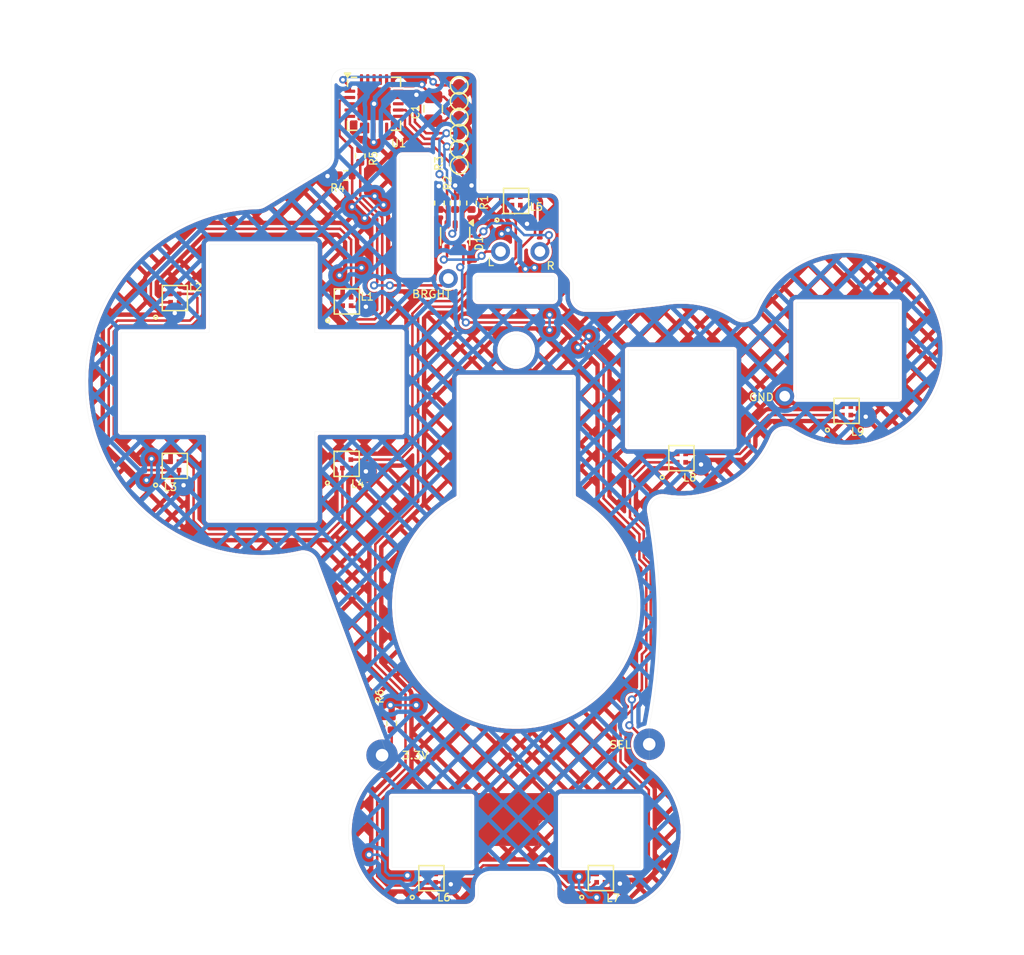
<source format=kicad_pcb>
(kicad_pcb (version 20240108) (generator "pcbnew") (generator_version "8.0")
  (layers (0 "F.Cu" signal) (31 "B.Cu" signal) (34 "B.Paste" user) (35 "F.Paste" user) (36 "B.SilkS" user "B.Silkscreen") (37 "F.SilkS" user "F.Silkscreen") (38 "B.Mask" user) (39 "F.Mask" user) (44 "Edge.Cuts" user))
  (net 0 "")
  (net 1 "GND")
  (net 2 "+3.3V")
  (net 3 "R_IN")
  (net 4 "L_IN")
  (net 5 "SEL_IN")
  (net 6 "Net-(L1-DIN)")
  (net 7 "Net-(L1-DOUT)")
  (net 8 "Net-(L2-DOUT)")
  (net 9 "Net-(L3-DOUT)")
  (net 10 "LED1")
  (net 11 "Net-(L5-DOUT)")
  (net 12 "Net-(L6-DOUT)")
  (net 13 "Net-(L7-DOUT)")
  (net 14 "LED2")
  (net 16 "BRGHT")
  (net 17 "D2R")
  (net 18 "RESET")
  (net 31 "R_OUT")
  (net 32 "SEL_OUT")
  (net 33 "L_OUT")
  (footprint "Resistor_SMD:R_0402_1005Metric" (layer "F.Cu") (at 239.599825 105.561944 -90)
    (property "Reference" "R1")
    (property "Value" "1k" (hide yes))
  )
  (footprint "Package_TO_SOT_SMD:SOT-363_SC-70-6" (layer "F.Cu") (at 238.299825 108.211944 -90)
    (property "Reference" "D1")
    (property "Value" "BAS16VY,115" (hide yes))
  )
  (footprint "hhl:SK6805-EC-10" (layer "F.Cu") (at 229.667484 126.310784)
    (property "Reference" "L4")
    (property "Value" "SK6805-EC-10" (hide yes))
  )
  (footprint "TestPoint:TestPoint_Pad_D1.0mm" (layer "F.Cu") (at 238.617485 101.275784)
    (property "Reference" "TP5" (hide yes))
    (property "Value" "TestPoint" (hide yes))
  )
  (footprint "Resistor_SMD:R_0402_1005Metric" (layer "F.Cu") (at 229.599825 103.361944 180)
    (property "Reference" "R4")
    (property "Value" "1k" (hide yes))
  )
  (footprint "hhl:SK6805-EC-10" (layer "F.Cu") (at 243.147485 105.390784)
    (property "Reference" "L5")
    (property "Value" "SK6805-EC-10" (hide yes))
  )
  (footprint "hhl:SK6805-EC-10" (layer "F.Cu") (at 249.887485 159.270784)
    (property "Reference" "L7")
    (property "Value" "SK6805-EC-10" (hide yes))
  )
  (footprint "Capacitor_SMD:C_0805_2012Metric" (layer "F.Cu") (at 236.549825 98.061944 -90)
    (property "Reference" "C1")
    (property "Value" "0.1uF" (hide yes))
  )
  (footprint "Package_DFN_QFN:QFN-20-1EP_4x4mm_P0.5mm_EP2.6x2.6mm" (layer "F.Cu") (at 231.849825 97.661944)
    (property "Reference" "U1")
    (property "Value" "ATtiny85V-10M" (hide yes))
  )
  (footprint "TestPoint:TestPoint_Pad_D1.0mm" (layer "F.Cu") (at 238.617485 102.545784)
    (property "Reference" "TP6" (hide yes))
    (property "Value" "TestPoint" (hide yes))
  )
  (footprint "hhl:SK6805-EC-10" (layer "F.Cu") (at 216.002483 126.475784)
    (property "Reference" "L3")
    (property "Value" "SK6805-EC-10" (hide yes))
  )
  (footprint "Resistor_SMD:R_0402_1005Metric" (layer "F.Cu") (at 237.049825 105.561944 90)
    (property "Reference" "R3")
    (property "Value" "1k")
  )
  (footprint "TestPoint:TestPoint_Pad_D1.0mm" (layer "F.Cu") (at 238.617485 96.195784)
    (property "Reference" "TP1" (hide yes))
    (property "Value" "TestPoint" (hide yes))
  )
  (footprint "TestPoint:TestPoint_Pad_D1.0mm" (layer "F.Cu") (at 238.617485 97.465784)
    (property "Reference" "TP2" (hide yes))
    (property "Value" "TestPoint" (hide yes))
  )
  (footprint "Resistor_SMD:R_0402_1005Metric" (layer "F.Cu") (at 233.249825 146.961944 90)
    (property "Reference" "R6")
    (property "Value" "1k" (hide yes))
  )
  (footprint "hhl:SK6805-EC-10" (layer "F.Cu") (at 229.687484 113.390784)
    (property "Reference" "L1")
    (property "Value" "SK6805-EC-10" (hide yes))
  )
  (footprint "hhl:SK6805-EC-10" (layer "F.Cu") (at 269.427485 122.094784)
    (property "Reference" "L9")
    (property "Value" "SK6805-EC-10" (hide yes))
  )
  (footprint "Resistor_SMD:R_0402_1005Metric" (layer "F.Cu") (at 230.749825 101.811944 -90)
    (property "Reference" "R5")
    (property "Value" "330" (hide yes))
  )
  (footprint "hhl:SK6805-EC-10" (layer "F.Cu") (at 256.292485 125.855784)
    (property "Reference" "L8")
    (property "Value" "SK6805-EC-10" (hide yes))
  )
  (footprint "hhl:SK6805-EC-10" (layer "F.Cu") (at 216.007484 113.120784)
    (property "Reference" "L2")
    (property "Value" "SK6805-EC-10" (hide yes))
  )
  (footprint "hhl:SK6805-EC-10" (layer "F.Cu") (at 236.412485 159.275784)
    (property "Reference" "L6")
    (property "Value" "SK6805-EC-10" (hide yes))
  )
  (footprint "TestPoint:TestPoint_Pad_D1.0mm" (layer "F.Cu") (at 238.617485 98.735784)
    (property "Reference" "TP3" (hide yes))
    (property "Value" "TestPoint" (hide yes))
  )
  (footprint "Resistor_SMD:R_0402_1005Metric" (layer "F.Cu") (at 238.299825 105.561944 -90)
    (property "Reference" "R2")
    (property "Value" "1k" (hide yes))
  )
  (footprint "TestPoint:TestPoint_Pad_D1.0mm" (layer "F.Cu") (at 238.617485 100.005784)
    (property "Reference" "TP4" (hide yes))
    (property "Value" "TestPoint" (hide yes))
  )
  (gr_arc (start 253.823929 150.31524) (mid 256.456139 156.138169) (end 252.921554 161.461865) (stroke (width 0.01)) (layer "Edge.Cuts"))
  (gr_line (start 260.447485 124.905784) (end 252.047485 124.905784) (stroke (width 0.01)) (layer "Edge.Cuts"))
  (gr_line (start 252.047485 124.905784) (end 252.047485 117.255784) (stroke (width 0.01)) (layer "Edge.Cuts"))
  (gr_arc (start 236.377485 111.005784) (mid 236.304245 111.182521) (end 236.127485 111.255784) (stroke (width 0.01)) (layer "Edge.Cuts"))
  (gr_arc (start 247.652486 129.022516) (mid 243.152485 147.155784) (end 238.652485 129.022517) (stroke (width 0.01)) (layer "Edge.Cuts"))
  (gr_line (start 233.277485 158.405784) (end 233.277485 152.805784) (stroke (width 0.01)) (layer "Edge.Cuts"))
  (gr_line (start 239.927485 113.155784) (end 239.927485 111.555784) (stroke (width 0.01)) (layer "Edge.Cuts"))
  (gr_line (start 238.652485 129.022517) (end 238.652485 119.462625) (stroke (width 0.01)) (layer "Edge.Cuts"))
  (gr_line (start 246.027485 113.355784) (end 240.127485 113.355784) (stroke (width 0.01)) (layer "Edge.Cuts"))
  (gr_line (start 260.447485 117.255784) (end 260.447485 124.905784) (stroke (width 0.01)) (layer "Edge.Cuts"))
  (gr_arc (start 247.177485 161.574575) (mid 246.470393 161.28167) (end 246.177485 160.574575) (stroke (width 0.01)) (layer "Edge.Cuts"))
  (gr_line (start 247.406119 111.293035) (end 246.775444 110.613615) (stroke (width 0.01)) (layer "Edge.Cuts"))
  (gr_line (start 227.127485 130.755784) (end 218.727485 130.755784) (stroke (width 0.01)) (layer "Edge.Cuts"))
  (gr_line (start 265.427485 113.475784) (end 273.577485 113.475784) (stroke (width 0.01)) (layer "Edge.Cuts"))
  (gr_line (start 234.027485 123.755784) (end 227.127485 123.755784) (stroke (width 0.01)) (layer "Edge.Cuts"))
  (gr_line (start 236.377485 102.005784) (end 236.377485 111.005784) (stroke (width 0.01)) (layer "Edge.Cuts"))
  (gr_line (start 245.775585 104.537253) (end 240.232635 104.537253) (stroke (width 0.01)) (layer "Edge.Cuts"))
  (gr_arc (start 253.753686 147.198282) (mid 253.759577 147.12845) (end 253.770344 147.059203) (stroke (width 0.01)) (layer "Edge.Cuts"))
  (gr_arc (start 248.673185 113.977815) (mid 247.961874 113.680681) (end 247.673226 112.965885) (stroke (width 0.01)) (layer "Edge.Cuts"))
  (gr_arc (start 262.1233 114.212384) (mid 261.489434 114.771557) (end 260.653666 114.645353) (stroke (width 0.01)) (layer "Edge.Cuts"))
  (gr_line (start 227.143245 134.081453) (end 232.672054 148.867543) (stroke (width 0.01)) (layer "Edge.Cuts"))
  (gr_line (start 246.775444 110.613615) (end 246.775444 105.525269) (stroke (width 0.01)) (layer "Edge.Cuts"))
  (gr_arc (start 233.727485 161.574575) (mid 233.659146 161.572234) (end 233.591125 161.565234) (stroke (width 0.01)) (layer "Edge.Cuts"))
  (gr_arc (start 226.024313 133.448447) (mid 224.196498 133.743958) (end 222.345672 133.795687) (stroke (width 0.01)) (layer "Edge.Cuts"))
  (gr_line (start 239.577485 158.405784) (end 233.277485 158.405784) (stroke (width 0.01)) (layer "Edge.Cuts"))
  (gr_arc (start 245.775585 104.537253) (mid 246.4784 104.825943) (end 246.775444 105.525269) (stroke (width 0.01)) (layer "Edge.Cuts"))
  (gr_arc (start 234.127485 111.255784) (mid 233.95072 111.182549) (end 233.877485 111.005784) (stroke (width 0.01)) (layer "Edge.Cuts"))
  (gr_line (start 246.227485 111.555784) (end 246.227485 113.155784) (stroke (width 0.01)) (layer "Edge.Cuts"))
  (gr_line (start 211.727485 115.855784) (end 218.727485 115.855784) (stroke (width 0.01)) (layer "Edge.Cuts"))
  (gr_arc (start 228.449685 95.884284) (mid 228.742597 95.177202) (end 229.449685 94.884315) (stroke (width 0.01)) (layer "Edge.Cuts"))
  (gr_line (start 246.727485 158.405784) (end 246.727485 152.805784) (stroke (width 0.01)) (layer "Edge.Cuts"))
  (gr_arc (start 239.927485 111.555784) (mid 239.986047 111.414323) (end 240.127485 111.355784) (stroke (width 0.01)) (layer "Edge.Cuts"))
  (gr_line (start 239.232685 94.884315) (end 229.449685 94.884315) (stroke (width 0.01)) (layer "Edge.Cuts"))
  (gr_circle (center 255.542485 125.105784) (end 255.552485 125.105784) (stroke (width 0.0001)) (fill solid) (layer "Edge.Cuts"))
  (gr_line (start 247.673226 112.965885) (end 247.673203 111.973384) (stroke (width 0.01)) (layer "Edge.Cuts"))
  (gr_line (start 246.177485 159.956883) (end 246.177485 160.574575) (stroke (width 0.01)) (layer "Edge.Cuts"))
  (gr_line (start 273.577485 121.125784) (end 265.427485 121.125784) (stroke (width 0.01)) (layer "Edge.Cuts"))
  (gr_arc (start 263.601663 124.150312) (mid 264.235535 123.591199) (end 265.071303 123.717343) (stroke (width 0.01)) (layer "Edge.Cuts"))
  (gr_arc (start 226.024313 133.448447) (mid 226.699004 133.5613) (end 227.143245 134.081453) (stroke (width 0.01)) (layer "Edge.Cuts"))
  (gr_line (start 254.641821 113.506793) (end 250.421504 113.977815) (stroke (width 0.01)) (layer "Edge.Cuts"))
  (gr_arc (start 246.027485 111.355784) (mid 246.168918 111.414351) (end 246.227485 111.555784) (stroke (width 0.01)) (layer "Edge.Cuts"))
  (gr_line (start 218.727485 130.755784) (end 218.727485 123.755784) (stroke (width 0.01)) (layer "Edge.Cuts"))
  (gr_line (start 273.577485 113.475784) (end 273.577485 121.125784) (stroke (width 0.01)) (layer "Edge.Cuts"))
  (gr_arc (start 222.345672 133.795687) (mid 208.877967 119.688717) (end 222.579704 105.808953) (stroke (width 0.01)) (layer "Edge.Cuts"))
  (gr_line (start 232.529425 150.290011) (end 231.965563 150.74253) (stroke (width 0.01)) (layer "Edge.Cuts"))
  (gr_line (start 218.727485 123.755784) (end 211.727485 123.755784) (stroke (width 0.01)) (layer "Edge.Cuts"))
  (gr_line (start 240.127485 160.574584) (end 240.127485 159.946884) (stroke (width 0.01)) (layer "Edge.Cuts"))
  (gr_arc (start 239.232685 94.884315) (mid 239.937657 95.17507) (end 240.232635 95.878285) (stroke (width 0.01)) (layer "Edge.Cuts"))
  (gr_line (start 240.232635 104.537253) (end 240.232635 95.878285) (stroke (width 0.01)) (layer "Edge.Cuts"))
  (gr_circle (center 243.152485 117.258603) (end 244.402485 117.258603) (stroke (width 0.01)) (fill none) (layer "Edge.Cuts"))
  (gr_line (start 236.127485 111.255784) (end 234.127485 111.255784) (stroke (width 0.01)) (layer "Edge.Cuts"))
  (gr_arc (start 247.406118 111.293036) (mid 247.604033 111.607935) (end 247.673203 111.973384) (stroke (width 0.01)) (layer "Edge.Cuts"))
  (gr_line (start 253.752485 150.162034) (end 253.752485 149.298353) (stroke (width 0.01)) (layer "Edge.Cuts"))
  (gr_line (start 240.127485 111.355784) (end 246.027485 111.355784) (stroke (width 0.01)) (layer "Edge.Cuts"))
  (gr_arc (start 252.921549 161.461854) (mid 252.697701 161.545968) (end 252.460285 161.574568) (stroke (width 0.01)) (layer "Edge.Cuts"))
  (gr_line (start 218.727485 115.855784) (end 218.727485 108.855784) (stroke (width 0.01)) (layer "Edge.Cuts"))
  (gr_line (start 232.672054 148.867543) (end 232.867904 149.391322) (stroke (width 0.01)) (layer "Edge.Cuts"))
  (gr_arc (start 253.801313 130.127982) (mid 254.581522 138.595048) (end 253.770344 147.059203) (stroke (width 0.01)) (layer "Edge.Cuts"))
  (gr_line (start 227.127485 108.855784) (end 227.127485 115.855784) (stroke (width 0.01)) (layer "Edge.Cuts"))
  (gr_arc (start 240.127485 113.355784) (mid 239.986075 113.297194) (end 239.927485 113.155784) (stroke (width 0.01)) (layer "Edge.Cuts"))
  (gr_line (start 253.027485 152.805784) (end 253.027485 158.405784) (stroke (width 0.01)) (layer "Edge.Cuts"))
  (gr_arc (start 253.801313 130.127982) (mid 254.07607 129.246307) (end 254.955894 128.965665) (stroke (width 0.01)) (layer "Edge.Cuts"))
  (gr_line (start 265.427485 121.125784) (end 265.427485 113.475784) (stroke (width 0.01)) (layer "Edge.Cuts"))
  (gr_line (start 250.421504 113.977815) (end 248.673185 113.977815) (stroke (width 0.01)) (layer "Edge.Cuts"))
  (gr_arc (start 262.1233 114.212384) (mid 267.329133 109.566439) (end 274.182049 110.879196) (stroke (width 0.01)) (layer "Edge.Cuts"))
  (gr_line (start 218.727485 108.855784) (end 227.127485 108.855784) (stroke (width 0.01)) (layer "Edge.Cuts"))
  (gr_line (start 233.727485 161.574575) (end 239.131484 161.574575) (stroke (width 0.01)) (layer "Edge.Cuts"))
  (gr_arc (start 246.227485 113.155784) (mid 246.16889 113.297165) (end 246.027485 113.355784) (stroke (width 0.01)) (layer "Edge.Cuts"))
  (gr_arc (start 232.867914 149.39132) (mid 232.82165 149.886978) (end 232.529425 150.290011) (stroke (width 0.01)) (layer "Edge.Cuts"))
  (gr_line (start 227.127485 123.755784) (end 227.127485 130.755784) (stroke (width 0.01)) (layer "Edge.Cuts"))
  (gr_arc (start 253.823929 150.31524) (mid 253.771223 150.246561) (end 253.752485 150.162034) (stroke (width 0.01)) (layer "Edge.Cuts"))
  (gr_line (start 233.877485 111.005784) (end 233.877485 102.005784) (stroke (width 0.01)) (layer "Edge.Cuts"))
  (gr_line (start 247.652485 119.462625) (end 247.652486 129.022516) (stroke (width 0.01)) (layer "Edge.Cuts"))
  (gr_arc (start 228.449685 101.849634) (mid 228.319437 102.343174) (end 227.962612 102.708172) (stroke (width 0.01)) (layer "Edge.Cuts"))
  (gr_arc (start 240.127485 160.574584) (mid 239.835988 161.280236) (end 239.131484 161.574575) (stroke (width 0.01)) (layer "Edge.Cuts"))
  (gr_line (start 227.962612 102.708172) (end 223.076003 105.664814) (stroke (width 0.01)) (layer "Edge.Cuts"))
  (gr_line (start 253.752485 149.298353) (end 253.719816 148.138284) (stroke (width 0.01)) (layer "Edge.Cuts"))
  (gr_line (start 228.449685 95.884284) (end 228.449685 101.849634) (stroke (width 0.01)) (layer "Edge.Cuts"))
  (gr_line (start 234.027485 115.855784) (end 234.027485 123.755784) (stroke (width 0.01)) (layer "Edge.Cuts"))
  (gr_line (start 241.127485 158.946934) (end 245.177385 158.946934) (stroke (width 0.01)) (layer "Edge.Cuts"))
  (gr_arc (start 274.182049 110.879196) (mid 275.849615 121.714448) (end 265.071303 123.717343) (stroke (width 0.01)) (layer "Edge.Cuts"))
  (gr_circle (center 268.677485 121.344784) (end 268.687485 121.344784) (stroke (width 0.0001)) (fill solid) (layer "Edge.Cuts"))
  (gr_arc (start 223.076003 105.664814) (mid 222.837332 105.769522) (end 222.579704 105.808953) (stroke (width 0.01)) (layer "Edge.Cuts"))
  (gr_line (start 246.727485 152.805784) (end 253.027485 152.805784) (stroke (width 0.01)) (layer "Edge.Cuts"))
  (gr_arc (start 240.127485 159.946884) (mid 240.420403 159.239837) (end 241.127485 158.946934) (stroke (width 0.01)) (layer "Edge.Cuts"))
  (gr_line (start 211.727485 123.755784) (end 211.727485 115.855784) (stroke (width 0.01)) (layer "Edge.Cuts"))
  (gr_arc (start 254.641821 113.506793) (mid 257.76285 113.468301) (end 260.653666 114.645353) (stroke (width 0.01)) (layer "Edge.Cuts"))
  (gr_line (start 227.127485 115.855784) (end 234.027485 115.855784) (stroke (width 0.01)) (layer "Edge.Cuts"))
  (gr_line (start 253.719816 148.138284) (end 253.753686 147.198282) (stroke (width 0.01)) (layer "Edge.Cuts"))
  (gr_arc (start 236.127485 101.755784) (mid 236.304273 101.828996) (end 236.377485 102.005784) (stroke (width 0.01)) (layer "Edge.Cuts"))
  (gr_line (start 253.027485 158.405784) (end 246.727485 158.405784) (stroke (width 0.01)) (layer "Edge.Cuts"))
  (gr_line (start 239.577485 152.805784) (end 239.577485 158.405784) (stroke (width 0.01)) (layer "Edge.Cuts"))
  (gr_arc (start 245.177385 158.946934) (mid 245.888066 159.243332) (end 246.177485 159.956883) (stroke (width 0.01)) (layer "Edge.Cuts"))
  (gr_line (start 238.652485 119.462625) (end 247.652485 119.462625) (stroke (width 0.01)) (layer "Edge.Cuts"))
  (gr_line (start 252.047485 117.255784) (end 260.447485 117.255784) (stroke (width 0.01)) (layer "Edge.Cuts"))
  (gr_line (start 233.277485 152.805784) (end 239.577485 152.805784) (stroke (width 0.01)) (layer "Edge.Cuts"))
  (gr_line (start 234.127485 101.755784) (end 236.127485 101.755784) (stroke (width 0.01)) (layer "Edge.Cuts"))
  (gr_arc (start 233.591125 161.565234) (mid 229.900687 156.586089) (end 231.965563 150.74253) (stroke (width 0.01)) (layer "Edge.Cuts"))
  (gr_arc (start 263.601663 124.150312) (mid 260.129644 128.085686) (end 254.955894 128.965665) (stroke (width 0.01)) (layer "Edge.Cuts"))
  (gr_line (start 247.177485 161.574575) (end 252.460285 161.574568) (stroke (width 0.01)) (layer "Edge.Cuts"))
  (gr_arc (start 233.877485 102.005784) (mid 233.950692 101.828967) (end 234.127485 101.755784) (stroke (width 0.01)) (layer "Edge.Cuts"))
  (gr_text "BRGHT" (at 234.799825 113.161944 0) (layer "F.SilkS") (effects (font (size 0.6 0.65) (thickness 0.1) (bold yes)) (justify left bottom)))
  (gr_text "GND" (at 261.599825 121.361944 0) (layer "F.SilkS") (effects (font (size 0.6 0.65) (thickness 0.1) (bold yes)) (justify left bottom)))
  (gr_text "L" (at 240.799825 110.611944 0) (layer "F.SilkS") (effects (font (size 0.6 0.65) (thickness 0.1) (bold yes)) (justify left bottom)))
  (gr_text "SEL" (at 250.499825 149.011944 0) (layer "F.SilkS") (effects (font (size 0.6 0.65) (thickness 0.1) (bold yes)) (justify left bottom)))
  (gr_text "R" (at 245.499825 110.911944 0) (layer "F.SilkS") (effects (font (size 0.6 0.65) (thickness 0.1) (bold yes)) (justify left bottom)))
  (gr_text "3.3V" (at 233.999825 149.861944 0) (layer "F.SilkS") (effects (font (size 0.6 0.65) (thickness 0.1) (bold yes)) (justify left bottom)))
  (segment (start 248.375985 158.935784) (end 248.149825 159.161944) (width 0.2) (layer "F.Cu") (net 1))
  (segment (start 255.551315 125.789792) (end 254.835925 125.789792) (width 0.2) (layer "F.Cu") (net 1))
  (segment (start 236.077485 158.940784) (end 234.620985 158.940784) (width 0.2) (layer "F.Cu") (net 1))
  (segment (start 254.835925 125.789792) (end 254.802816 125.756683) (width 0.2) (layer "F.Cu") (net 1))
  (segment (start 268.687115 122.024654) (end 268.190271 122.024654) (width 0.2) (layer "F.Cu") (net 1))
  (segment (start 269.092485 121.759784) (end 268.951985 121.759784) (width 0.2) (layer "F.Cu") (net 1))
  (segment (start 231.849825 99.586944) (end 231.849825 97.661944) (width 0.2) (layer "F.Cu") (net 1))
  (segment (start 242.756613 105.055784) (end 242.228942 105.583455) (width 0.2) (layer "F.Cu") (net 1))
  (segment (start 268.951985 121.759784) (end 268.687115 122.024654) (width 0.2) (layer "F.Cu") (net 1))
  (segment (start 235.655583 96.123004) (end 235.655583 96.217702) (width 0.2) (layer "F.Cu") (net 1))
  (segment (start 231.849825 100.692422) (end 231.820485 100.721762) (width 0.2) (layer "F.Cu") (net 1))
  (segment (start 237.753665 97.465784) (end 238.617485 97.465784) (width 0.2) (layer "F.Cu") (net 1))
  (segment (start 233.249825 146.451944) (end 233.249825 145.611944) (width 0.2) (layer "F.Cu") (net 1))
  (segment (start 237.399825 97.111944) (end 237.753665 97.465784) (width 0.2) (layer "F.Cu") (net 1))
  (segment (start 231.849825 99.586944) (end 231.849825 100.692422) (width 0.2) (layer "F.Cu") (net 1))
  (segment (start 235.655583 96.217702) (end 236.549825 97.111944) (width 0.2) (layer "F.Cu") (net 1))
  (segment (start 236.549825 97.111944) (end 237.399825 97.111944) (width 0.2) (layer "F.Cu") (net 1))
  (segment (start 255.820323 125.520784) (end 255.551315 125.789792) (width 0.2) (layer "F.Cu") (net 1))
  (segment (start 234.620985 158.940784) (end 234.499825 159.061944) (width 0.2) (layer "F.Cu") (net 1))
  (segment (start 233.249825 145.611944) (end 233.149825 145.511944) (width 0.2) (layer "F.Cu") (net 1))
  (segment (start 255.957485 125.520784) (end 255.820323 125.520784) (width 0.2) (layer "F.Cu") (net 1))
  (segment (start 249.552485 158.935784) (end 248.375985 158.935784) (width 0.2) (layer "F.Cu") (net 1))
  (segment (start 242.812485 105.055784) (end 242.756613 105.055784) (width 0.2) (layer "F.Cu") (net 1))
  (via (at 231.899825 105.011944) (size 0.6) (drill 0.3) (layers "F.Cu" "B.Cu") (net 1))
  (via (at 234.499825 159.061944) (size 0.65) (drill 0.35) (layers "F.Cu" "B.Cu") (net 1))
  (via (at 230.099825 105.861944) (size 0.6) (drill 0.3) (layers "F.Cu" "B.Cu") (net 1))
  (via (at 245.809099 115.667341) (size 0.6) (drill 0.3) (layers "F.Cu" "B.Cu") (net 1))
  (via (at 241.999311 108.016961) (size 0.6) (drill 0.3) (layers "F.Cu" "B.Cu") (net 1))
  (via (at 231.449825 157.411944) (size 0.65) (drill 0.35) (layers "F.Cu" "B.Cu") (net 1))
  (via (at 213.749825 127.611944) (size 0.6) (drill 0.3) (layers "F.Cu" "B.Cu") (net 1))
  (via (at 264.507485 120.925784) (size 1.5) (drill 0.85) (layers "F.Cu" "B.Cu") (net 1))
  (via (at 232.599825 105.711944) (size 0.6) (drill 0.3) (layers "F.Cu" "B.Cu") (net 1))
  (via (at 248.149825 159.161944) (size 0.65) (drill 0.35) (layers "F.Cu" "B.Cu") (net 1))
  (via (at 242.499825 107.711944) (size 0.6) (drill 0.3) (layers "F.Cu" "B.Cu") (net 1))
  (via (at 229.099825 111.311944) (size 0.6) (drill 0.3) (layers "F.Cu" "B.Cu") (net 1))
  (via (at 214.149825 125.911944) (size 0.6) (drill 0.3) (layers "F.Cu" "B.Cu") (net 1))
  (via (at 230.849825 110.711944) (size 0.6) (drill 0.3) (layers "F.Cu" "B.Cu") (net 1))
  (via (at 248.06231 117.044783) (size 0.6) (drill 0.3) (layers "F.Cu" "B.Cu") (net 1))
  (via (at 248.920235 116.151738) (size 0.6) (drill 0.3) (layers "F.Cu" "B.Cu") (net 1))
  (via (at 245.809099 114.453202) (size 0.6) (drill 0.3) (layers "F.Cu" "B.Cu") (net 1))
  (via (at 249.549825 160.811944) (size 0.65) (drill 0.35) (layers "F.Cu" "B.Cu") (net 1))
  (via (at 231.099825 106.761944) (size 0.6) (drill 0.3) (layers "F.Cu" "B.Cu") (net 1))
  (via (at 244.606438 110.701111) (size 0.6) (drill 0.3) (layers "F.Cu" "B.Cu") (net 1))
  (via (at 235.199825 145.511944) (size 0.65) (drill 0.35) (layers "F.Cu" "B.Cu") (net 1))
  (via (at 235.655583 96.123004) (size 0.6) (drill 0.3) (layers "F.Cu" "B.Cu") (net 1))
  (via (at 231.849825 97.661944) (size 0.65) (drill 0.35) (layers "F.Cu" "B.Cu") (net 1))
  (via (at 231.820485 100.721762) (size 0.6) (drill 0.3) (layers "F.Cu" "B.Cu") (net 1))
  (via (at 243.883975 110.802708) (size 0.6) (drill 0.3) (layers "F.Cu" "B.Cu") (net 1))
  (via (at 233.149825 145.511944) (size 0.65) (drill 0.35) (layers "F.Cu" "B.Cu") (net 1))
  (segment (start 248.899825 160.811944) (end 249.549825 160.811944) (width 0.2) (layer "B.Cu") (net 1))
  (segment (start 243.349825 110.268558) (end 243.883975 110.802708) (width 0.2) (layer "B.Cu") (net 1))
  (segment (start 232.937651 96.024118) (end 235.556697 96.024118) (width 0.2) (layer "B.Cu") (net 1))
  (segment (start 231.849825 97.661944) (end 231.849825 97.111944) (width 0.2) (layer "B.Cu") (net 1))
  (segment (start 248.06231 117.009663) (end 248.920235 116.151738) (width 0.2) (layer "B.Cu") (net 1))
  (segment (start 231.820485 100.721762) (end 231.66784 100.569117) (width 0.2) (layer "B.Cu") (net 1))
  (segment (start 243.537168 108.582867) (end 243.537168 110.188341) (width 0.2) (layer "B.Cu") (net 1))
  (segment (start 231.099825 106.761944) (end 230.199825 105.861944) (width 0.2) (layer "B.Cu") (net 1))
  (segment (start 232.749825 158.761944) (end 233.049825 159.061944) (width 0.2) (layer "B.Cu") (net 1))
  (segment (start 232.199825 157.411944) (end 232.749825 157.961944) (width 0.2) (layer "B.Cu") (net 1))
  (segment (start 229.699825 110.711944) (end 230.849825 110.711944) (width 0.2) (layer "B.Cu") (net 1))
  (segment (start 231.849825 97.111944) (end 232.937651 96.024118) (width 0.2) (layer "B.Cu") (net 1))
  (segment (start 230.099825 105.861944) (end 230.949825 105.011944) (width 0.2) (layer "B.Cu") (net 1))
  (segment (start 243.349825 108.661944) (end 243.349825 110.268558) (width 0.2) (layer "B.Cu") (net 1))
  (segment (start 244.049938 110.701111) (end 244.606438 110.701111) (width 0.2) (layer "B.Cu") (net 1))
  (segment (start 231.863508 97.675627) (end 231.849825 97.661944) (width 0.2) (layer "B.Cu") (net 1))
  (segment (start 230.949825 105.011944) (end 231.899825 105.011944) (width 0.2) (layer "B.Cu") (net 1))
  (segment (start 232.749825 157.961944) (end 232.749825 158.761944) (width 0.2) (layer "B.Cu") (net 1))
  (segment (start 248.06231 117.044783) (end 248.06231 117.009663) (width 0.2) (layer "B.Cu") (net 1))
  (segment (start 235.555817 96.22277) (end 232.989568 96.22277) (width 0.2) (layer "B.Cu") (net 1))
  (segment (start 231.820485 100.721762) (end 231.863508 100.678739) (width 0.2) (layer "B.Cu") (net 1))
  (segment (start 229.099825 111.311944) (end 229.699825 110.711944) (width 0.2) (layer "B.Cu") (net 1))
  (segment (start 245.809099 115.667341) (end 245.809099 114.453202) (width 0.2) (layer "B.Cu") (net 1))
  (segment (start 214.149825 127.211944) (end 214.149825 125.911944) (width 0.2) (layer "B.Cu") (net 1))
  (segment (start 248.149825 159.161944) (end 248.149825 160.061944) (width 0.2) (layer "B.Cu") (net 1))
  (segment (start 248.649825 160.561944) (end 248.899825 160.811944) (width 0.2) (layer "B.Cu") (net 1))
  (segment (start 232.149825 105.711944) (end 231.899825 105.961944) (width 0.2) (layer "B.Cu") (net 1))
  (segment (start 235.556697 96.024118) (end 235.655583 96.123004) (width 0.2) (layer "B.Cu") (net 1))
  (segment (start 233.149825 145.511944) (end 235.199825 145.511944) (width 0.2) (layer "B.Cu") (net 1))
  (segment (start 248.149825 160.061944) (end 248.649825 160.561944) (width 0.2) (layer "B.Cu") (net 1))
  (segment (start 230.199825 105.861944) (end 230.099825 105.861944) (width 0.2) (layer "B.Cu") (net 1))
  (segment (start 243.537168 110.188341) (end 244.049938 110.701111) (width 0.2) (layer "B.Cu") (net 1))
  (segment (start 232.599825 105.711944) (end 232.149825 105.711944) (width 0.2) (layer "B.Cu") (net 1))
  (segment (start 231.863508 100.678739) (end 231.863508 97.675627) (width 0.2) (layer "B.Cu") (net 1))
  (segment (start 231.66784 97.843929) (end 231.849825 97.661944) (width 0.2) (layer "B.Cu") (net 1))
  (segment (start 231.66784 100.569117) (end 231.66784 97.843929) (width 0.2) (layer "B.Cu") (net 1))
  (segment (start 232.989568 96.22277) (end 232.020691 97.191647) (width 0.2) (layer "B.Cu") (net 1))
  (segment (start 242.666245 107.711944) (end 243.537168 108.582867) (width 0.2) (layer "B.Cu") (net 1))
  (segment (start 232.020691 97.191647) (end 232.020691 97.725969) (width 0.2) (layer "B.Cu") (net 1))
  (segment (start 231.449825 157.411944) (end 232.199825 157.411944) (width 0.2) (layer "B.Cu") (net 1))
  (segment (start 213.749825 127.611944) (end 214.149825 127.211944) (width 0.2) (layer "B.Cu") (net 1))
  (segment (start 231.099825 106.761944) (end 231.899825 105.961944) (width 0.2) (layer "B.Cu") (net 1))
  (segment (start 242.691729 108.003848) (end 243.349825 108.661944) (width 0.2) (layer "B.Cu") (net 1))
  (segment (start 242.499825 107.711944) (end 242.666245 107.711944) (width 0.2) (layer "B.Cu") (net 1))
  (segment (start 235.655583 96.123004) (end 235.555817 96.22277) (width 0.2) (layer "B.Cu") (net 1))
  (segment (start 242.012424 108.003848) (end 242.691729 108.003848) (width 0.2) (layer "B.Cu") (net 1))
  (segment (start 232.599825 105.711944) (end 231.899825 105.011944) (width 0.2) (layer "B.Cu") (net 1))
  (segment (start 241.999311 108.016961) (end 242.012424 108.003848) (width 0.2) (layer "B.Cu") (net 1))
  (segment (start 233.049825 159.061944) (end 234.499825 159.061944) (width 0.2) (layer "B.Cu") (net 1))
  (segment (start 238.299825 105.051944) (end 238.299825 104.161944) (width 0.2) (layer "F.Cu") (net 2))
  (segment (start 235.058662 96.661944) (end 234.949825 96.661944) (width 0.2) (layer "F.Cu") (net 2))
  (segment (start 216.342484 113.455784) (end 216.342484 113.969285) (width 0.2) (layer "F.Cu") (net 2))
  (segment (start 233.249825 148.781499) (end 232.57276 149.458564) (width 0.2) (layer "F.Cu") (net 2))
  (segment (start 233.249825 147.471944) (end 233.249825 148.781499) (width 0.2) (layer "F.Cu") (net 2))
  (segment (start 270.817665 122.429784) (end 270.949825 122.561944) (width 0.2) (layer "F.Cu") (net 2))
  (segment (start 235.515181 97.118463) (end 235.058662 96.661944) (width 0.2) (layer "F.Cu") (net 2))
  (segment (start 235.217919 96.949094) (end 235.217919 96.930038) (width 0.2) (layer "F.Cu") (net 2))
  (segment (start 230.108644 113.811944) (end 231.199825 113.811944) (width 0.2) (layer "F.Cu") (net 2))
  (segment (start 235.217919 96.949094) (end 234.949825 96.681) (width 0.2) (layer "F.Cu") (net 2))
  (segment (start 239.601535 104.163882) (end 239.599825 104.165592) (width 0.2) (layer "F.Cu") (net 2))
  (segment (start 230.002484 126.645784) (end 230.933665 126.645784) (width 0.2) (layer "F.Cu") (net 2))
  (segment (start 235.217919 96.930038) (end 234.949825 96.661944) (width 0.2) (layer "F.Cu") (net 2))
  (segment (start 236.549825 99.011944) (end 235.882218 99.011944) (width 0.2) (layer "F.Cu") (net 2))
  (segment (start 235.217919 96.949094) (end 234.930769 96.661944) (width 0.2) (layer "F.Cu") (net 2))
  (segment (start 216.337483 127.649602) (end 216.699825 128.011944) (width 0.2) (layer "F.Cu") (net 2))
  (segment (start 244.01231 107.213654) (end 243.570805 106.772149) (width 0.2) (layer "F.Cu") (net 2))
  (segment (start 230.022484 113.725784) (end 230.108644 113.811944) (width 0.2) (layer "F.Cu") (net 2))
  (segment (start 216.342484 113.969285) (end 215.999825 114.311944) (width 0.2) (layer "F.Cu") (net 2))
  (segment (start 243.570805 105.814104) (end 243.482485 105.725784) (width 0.2) (layer "F.Cu") (net 2))
  (segment (start 256.627485 126.190784) (end 257.678665 126.190784) (width 0.2) (layer "F.Cu") (net 2))
  (segment (start 237.049825 104.261944) (end 236.999825 104.211944) (width 0.2) (layer "F.Cu") (net 2))
  (segment (start 236.549825 99.011944) (end 237.499825 99.011944) (width 0.2) (layer "F.Cu") (net 2))
  (segment (start 239.599825 104.165592) (end 239.599825 105.051944) (width 0.2) (layer "F.Cu") (net 2))
  (segment (start 250.222485 159.605784) (end 251.293665 159.605784) (width 0.2) (layer "F.Cu") (net 2))
  (segment (start 237.499825 99.011944) (end 237.775985 98.735784) (width 0.2) (layer "F.Cu") (net 2))
  (segment (start 251.293665 159.605784) (end 251.399825 159.711944) (width 0.2) (layer "F.Cu") (net 2))
  (segment (start 243.570805 106.772149) (end 243.570805 105.814104) (width 0.2) (layer "F.Cu") (net 2))
  (segment (start 269.762485 122.429784) (end 270.817665 122.429784) (width 0.2) (layer "F.Cu") (net 2))
  (segment (start 257.678665 126.190784) (end 257.849825 126.361944) (width 0.2) (layer "F.Cu") (net 2))
  (segment (start 236.747485 159.610784) (end 237.798665 159.610784) (width 0.2) (layer "F.Cu") (net 2))
  (segment (start 216.337483 126.810784) (end 216.337483 127.649602) (width 0.2) (layer "F.Cu") (net 2))
  (segment (start 228.199825 103.361944) (end 228.149825 103.411944) (width 0.2) (layer "F.Cu") (net 2))
  (segment (start 237.798665 159.610784) (end 237.949825 159.761944) (width 0.2) (layer "F.Cu") (net 2))
  (segment (start 235.515181 98.644907) (end 235.515181 97.118463) (width 0.2) (layer "F.Cu") (net 2))
  (segment (start 234.949825 96.681) (end 234.949825 96.661944) (width 0.2) (layer "F.Cu") (net 2))
  (segment (start 235.882218 99.011944) (end 235.515181 98.644907) (width 0.2) (layer "F.Cu") (net 2))
  (segment (start 230.933665 126.645784) (end 231.199825 126.911944) (width 0.2) (layer "F.Cu") (net 2))
  (segment (start 229.089825 103.361944) (end 228.199825 103.361944) (width 0.2) (layer "F.Cu") (net 2))
  (segment (start 236.549825 98.911944) (end 236.549825 99.011944) (width 0.2) (layer "F.Cu") (net 2))
  (segment (start 237.775985 98.735784) (end 238.617485 98.735784) (width 0.2) (layer "F.Cu") (net 2))
  (segment (start 234.930769 96.661944) (end 233.774825 96.661944) (width 0.2) (layer "F.Cu") (net 2))
  (segment (start 237.049825 105.051944) (end 237.049825 104.261944) (width 0.2) (layer "F.Cu") (net 2))
  (via (at 239.601535 104.163882) (size 0.65) (drill 0.35) (layers "F.Cu" "B.Cu") (net 2))
  (via (at 237.949825 159.761944) (size 0.65) (drill 0.35) (layers "F.Cu" "B.Cu") (net 2))
  (via (at 231.199825 126.911944) (size 0.65) (drill 0.35) (layers "F.Cu" "B.Cu") (net 2))
  (via (at 257.849825 126.361944) (size 0.65) (drill 0.35) (layers "F.Cu" "B.Cu") (net 2))
  (via (at 215.999825 114.311944) (size 0.65) (drill 0.35) (layers "F.Cu" "B.Cu") (net 2))
  (via (at 216.699825 128.011944) (size 0.65) (drill 0.35) (layers "F.Cu" "B.Cu") (net 2))
  (via (at 235.217919 96.949094) (size 0.85) (drill 0.35) (layers "F.Cu" "B.Cu") (net 2))
  (via (at 270.949825 122.561944) (size 0.65) (drill 0.35) (layers "F.Cu" "B.Cu") (net 2))
  (via (at 238.299825 104.161944) (size 0.65) (drill 0.35) (layers "F.Cu" "B.Cu") (net 2))
  (via (at 244.01231 107.213654) (size 0.65) (drill 0.35) (layers "F.Cu" "B.Cu") (net 2))
  (via (at 228.149825 103.411944) (size 0.65) (drill 0.35) (layers "F.Cu" "B.Cu") (net 2))
  (via (at 232.486982 149.490638) (size 2.5) (drill 1) (layers "F.Cu" "B.Cu") (net 2))
  (via (at 236.999825 104.211944) (size 0.65) (drill 0.35) (layers "F.Cu" "B.Cu") (net 2))
  (via (at 251.399825 159.711944) (size 0.65) (drill 0.35) (layers "F.Cu" "B.Cu") (net 2))
  (via (at 231.199825 113.811944) (size 0.65) (drill 0.35) (layers "F.Cu" "B.Cu") (net 2))
  (segment (start 237.649825 101.061944) (end 237.863665 101.275784) (width 0.2) (layer "F.Cu") (net 3))
  (segment (start 238.349825 107.311944) (end 238.299825 107.261944) (width 0.2) (layer "F.Cu") (net 3))
  (segment (start 235.868848 100.450868) (end 237.038749 100.450868) (width 0.2) (layer "F.Cu") (net 3))
  (segment (start 238.299825 106.071944) (end 238.299825 107.261944) (width 0.2) (layer "F.Cu") (net 3))
  (segment (start 234.699825 98.511944) (end 234.699825 99.281845) (width 0.2) (layer "F.Cu") (net 3))
  (segment (start 233.774825 98.161944) (end 234.349825 98.161944) (width 0.2) (layer "F.Cu") (net 3))
  (segment (start 237.863665 101.275784) (end 238.617485 101.275784) (width 0.2) (layer "F.Cu") (net 3))
  (segment (start 238.349825 107.720837) (end 238.349825 107.311944) (width 0.2) (layer "F.Cu") (net 3))
  (segment (start 237.038749 100.450868) (end 237.649825 101.061944) (width 0.2) (layer "F.Cu") (net 3))
  (segment (start 234.349825 98.161944) (end 234.699825 98.511944) (width 0.2) (layer "F.Cu") (net 3))
  (segment (start 234.699825 99.281845) (end 235.868848 100.450868) (width 0.2) (layer "F.Cu") (net 3))
  (segment (start 238.071375 107.999287) (end 238.349825 107.720837) (width 0.2) (layer "F.Cu") (net 3))
  (via (at 238.071375 107.999287) (size 0.65) (drill 0.35) (layers "F.Cu" "B.Cu") (net 3))
  (via (at 237.649825 101.061944) (size 0.65) (drill 0.35) (layers "F.Cu" "B.Cu") (net 3))
  (segment (start 238.299825 107.770837) (end 238.299825 105.061944) (width 0.2) (layer "B.Cu") (net 3))
  (segment (start 238.299825 105.061944) (end 237.649825 104.411944) (width 0.2) (layer "B.Cu") (net 3))
  (segment (start 237.649825 102.961944) (end 237.449825 102.761944) (width 0.2) (layer "B.Cu") (net 3))
  (segment (start 237.649825 104.411944) (end 237.649825 102.961944) (width 0.2) (layer "B.Cu") (net 3))
  (segment (start 237.449825 101.261944) (end 237.649825 101.061944) (width 0.2) (layer "B.Cu") (net 3))
  (segment (start 237.449825 102.761944) (end 237.449825 101.261944) (width 0.2) (layer "B.Cu") (net 3))
  (segment (start 238.071375 107.999287) (end 238.299825 107.770837) (width 0.2) (layer "B.Cu") (net 3))
  (segment (start 233.774825 97.161944) (end 234.424825 97.161944) (width 0.2) (layer "F.Cu") (net 4))
  (segment (start 234.424825 97.161944) (end 235.099825 97.836944) (width 0.2) (layer "F.Cu") (net 4))
  (segment (start 237.649825 106.361944) (end 237.649825 107.261944) (width 0.2) (layer "F.Cu") (net 4))
  (segment (start 235.993665 100.005784) (end 238.617485 100.005784) (width 0.2) (layer "F.Cu") (net 4))
  (segment (start 237.049825 106.071944) (end 237.359825 106.071944) (width 0.2) (layer "F.Cu") (net 4))
  (segment (start 235.099825 97.836944) (end 235.099825 99.111944) (width 0.2) (layer "F.Cu") (net 4))
  (segment (start 237.049825 103.261944) (end 237.649825 103.861944) (width 0.2) (layer "F.Cu") (net 4))
  (segment (start 237.649825 103.861944) (end 237.649825 106.361944) (width 0.2) (layer "F.Cu") (net 4))
  (segment (start 235.099825 99.111944) (end 235.993665 100.005784) (width 0.2) (layer "F.Cu") (net 4))
  (segment (start 237.359825 106.071944) (end 237.649825 106.361944) (width 0.2) (layer "F.Cu") (net 4))
  (via (at 237.049825 103.261944) (size 0.65) (drill 0.35) (layers "F.Cu" "B.Cu") (net 4))
  (via (at 237.599825 100.005784) (size 0.65) (drill 0.35) (layers "F.Cu" "B.Cu") (net 4))
  (segment (start 237.599825 100.005784) (end 237.049825 100.555784) (width 0.2) (layer "B.Cu") (net 4))
  (segment (start 237.049825 100.555784) (end 237.049825 103.261944) (width 0.2) (layer "B.Cu") (net 4))
  (segment (start 234.299825 99.461944) (end 234.299825 98.768972) (width 0.2) (layer "F.Cu") (net 5))
  (segment (start 236.388749 100.850868) (end 235.688749 100.850868) (width 0.2) (layer "F.Cu") (net 5))
  (segment (start 239.189825 106.071944) (end 238.949825 106.311944) (width 0.2) (layer "F.Cu") (net 5))
  (segment (start 235.688749 100.850868) (end 234.299825 99.461944) (width 0.2) (layer "F.Cu") (net 5))
  (segment (start 234.299825 98.768972) (end 234.192797 98.661944) (width 0.2) (layer "F.Cu") (net 5))
  (segment (start 238.083665 102.545784) (end 238.949825 103.411944) (width 0.2) (layer "F.Cu") (net 5))
  (segment (start 238.617485 102.545784) (end 238.083665 102.545784) (width 0.2) (layer "F.Cu") (net 5))
  (segment (start 238.949825 106.311944) (end 238.949825 107.261944) (width 0.2) (layer "F.Cu") (net 5))
  (segment (start 234.192797 98.661944) (end 233.774825 98.661944) (width 0.2) (layer "F.Cu") (net 5))
  (segment (start 238.949825 103.411944) (end 238.949825 106.311944) (width 0.2) (layer "F.Cu") (net 5))
  (segment (start 239.599825 106.071944) (end 239.189825 106.071944) (width 0.2) (layer "F.Cu") (net 5))
  (segment (start 238.083665 102.545784) (end 236.388749 100.850868) (width 0.2) (layer "F.Cu") (net 5))
  (segment (start 229.352484 114.364603) (end 229.352484 113.725784) (width 0.2) (layer "F.Cu") (net 6))
  (segment (start 230.749825 104.961944) (end 232.499825 106.711944) (width 0.2) (layer "F.Cu") (net 6))
  (segment (start 229.799825 114.811944) (end 229.352484 114.364603) (width 0.2) (layer "F.Cu") (net 6))
  (segment (start 232.499825 106.711944) (end 232.499825 114.211944) (width 0.2) (layer "F.Cu") (net 6))
  (segment (start 232.499825 114.211944) (end 231.899825 114.811944) (width 0.2) (layer "F.Cu") (net 6))
  (segment (start 230.749825 102.321944) (end 230.749825 104.961944) (width 0.2) (layer "F.Cu") (net 6))
  (segment (start 231.899825 114.811944) (end 229.799825 114.811944) (width 0.2) (layer "F.Cu") (net 6))
  (segment (start 230.022484 108.484603) (end 229.149825 107.611944) (width 0.2) (layer "F.Cu") (net 7))
  (segment (start 214.543665 113.455784) (end 215.672484 113.455784) (width 0.2) (layer "F.Cu") (net 7))
  (segment (start 218.149825 107.611944) (end 214.099825 111.661944) (width 0.2) (layer "F.Cu") (net 7))
  (segment (start 230.022484 113.055784) (end 230.022484 108.484603) (width 0.2) (layer "F.Cu") (net 7))
  (segment (start 214.099825 113.011944) (end 214.543665 113.455784) (width 0.2) (layer "F.Cu") (net 7))
  (segment (start 214.099825 111.661944) (end 214.099825 113.011944) (width 0.2) (layer "F.Cu") (net 7))
  (segment (start 229.149825 107.611944) (end 218.149825 107.611944) (width 0.2) (layer "F.Cu") (net 7))
  (segment (start 217.199825 114.911944) (end 211.449825 114.911944) (width 0.2) (layer "F.Cu") (net 8))
  (segment (start 217.799825 114.311944) (end 217.199825 114.911944) (width 0.2) (layer "F.Cu") (net 8))
  (segment (start 210.749825 115.611944) (end 210.749825 124.461944) (width 0.2) (layer "F.Cu") (net 8))
  (segment (start 217.799825 113.111944) (end 217.799825 114.311944) (width 0.2) (layer "F.Cu") (net 8))
  (segment (start 210.749825 124.461944) (end 213.098665 126.810784) (width 0.2) (layer "F.Cu") (net 8))
  (segment (start 211.449825 114.911944) (end 210.749825 115.611944) (width 0.2) (layer "F.Cu") (net 8))
  (segment (start 217.473665 112.785784) (end 217.799825 113.111944) (width 0.2) (layer "F.Cu") (net 8))
  (segment (start 216.342484 112.785784) (end 217.473665 112.785784) (width 0.2) (layer "F.Cu") (net 8))
  (segment (start 213.098665 126.810784) (end 215.667483 126.810784) (width 0.2) (layer "F.Cu") (net 8))
  (segment (start 216.978665 126.140784) (end 217.499825 126.661944) (width 0.2) (layer "F.Cu") (net 9))
  (segment (start 229.332484 130.729285) (end 229.332484 126.645784) (width 0.2) (layer "F.Cu") (net 9))
  (segment (start 228.149825 131.911944) (end 229.332484 130.729285) (width 0.2) (layer "F.Cu") (net 9))
  (segment (start 217.499825 130.861944) (end 218.549825 131.911944) (width 0.2) (layer "F.Cu") (net 9))
  (segment (start 217.499825 126.661944) (end 217.499825 130.861944) (width 0.2) (layer "F.Cu") (net 9))
  (segment (start 218.549825 131.911944) (end 228.149825 131.911944) (width 0.2) (layer "F.Cu") (net 9))
  (segment (start 216.337483 126.140784) (end 216.978665 126.140784) (width 0.2) (layer "F.Cu") (net 9))
  (segment (start 230.002484 125.975784) (end 233.935985 125.975784) (width 0.2) (layer "F.Cu") (net 10))
  (segment (start 243.119722 109.892047) (end 243.119722 106.943586) (width 0.2) (layer "F.Cu") (net 10))
  (segment (start 239.049825 111.261944) (end 239.699825 110.611944) (width 0.2) (layer "F.Cu") (net 10))
  (segment (start 233.935985 125.975784) (end 234.899825 125.011944) (width 0.2) (layer "F.Cu") (net 10))
  (segment (start 237.949825 113.361944) (end 239.049825 112.261944) (width 0.2) (layer "F.Cu") (net 10))
  (segment (start 234.899825 125.011944) (end 234.899825 114.361944) (width 0.2) (layer "F.Cu") (net 10))
  (segment (start 239.049825 112.261944) (end 239.049825 111.261944) (width 0.2) (layer "F.Cu") (net 10))
  (segment (start 242.893952 105.807251) (end 242.812485 105.725784) (width 0.2) (layer "F.Cu") (net 10))
  (segment (start 242.893952 106.717816) (end 242.893952 105.807251) (width 0.2) (layer "F.Cu") (net 10))
  (segment (start 242.399825 110.611944) (end 243.119722 109.892047) (width 0.2) (layer "F.Cu") (net 10))
  (segment (start 234.899825 114.361944) (end 235.899825 113.361944) (width 0.2) (layer "F.Cu") (net 10))
  (segment (start 235.899825 113.361944) (end 237.949825 113.361944) (width 0.2) (layer "F.Cu") (net 10))
  (segment (start 239.699825 110.611944) (end 242.399825 110.611944) (width 0.2) (layer "F.Cu") (net 10))
  (segment (start 243.119722 106.943586) (end 242.893952 106.717816) (width 0.2) (layer "F.Cu") (net 10))
  (segment (start 243.486313 110.0807) (end 242.605069 110.961944) (width 0.2) (layer "F.Cu") (net 11))
  (segment (start 239.399825 111.411944) (end 239.399825 112.511944) (width 0.2) (layer "F.Cu") (net 11))
  (segment (start 235.349825 114.511944) (end 235.349825 129.311944) (width 0.2) (layer "F.Cu") (net 11))
  (segment (start 234.349825 144.661944) (end 234.349825 150.561944) (width 0.2) (layer "F.Cu") (net 11))
  (segment (start 242.605069 110.961944) (end 239.849825 110.961944) (width 0.2) (layer "F.Cu") (net 11))
  (segment (start 244.193665 105.055784) (end 244.649825 105.511944) (width 0.2) (layer "F.Cu") (net 11))
  (segment (start 239.399825 112.511944) (end 238.099825 113.811944) (width 0.2) (layer "F.Cu") (net 11))
  (segment (start 231.949825 142.261944) (end 234.349825 144.661944) (width 0.2) (layer "F.Cu") (net 11))
  (segment (start 239.849825 110.961944) (end 239.399825 111.411944) (width 0.2) (layer "F.Cu") (net 11))
  (segment (start 232.099825 152.811944) (end 232.099825 159.111944) (width 0.2) (layer "F.Cu") (net 11))
  (segment (start 238.099825 113.811944) (end 236.049825 113.811944) (width 0.2) (layer "F.Cu") (net 11))
  (segment (start 235.349825 129.311944) (end 231.949825 132.711944) (width 0.2) (layer "F.Cu") (net 11))
  (segment (start 243.482485 105.055784) (end 244.193665 105.055784) (width 0.2) (layer "F.Cu") (net 11))
  (segment (start 235.099825 159.861944) (end 235.350985 159.610784) (width 0.2) (layer "F.Cu") (net 11))
  (segment (start 232.849825 159.861944) (end 235.099825 159.861944) (width 0.2) (layer "F.Cu") (net 11))
  (segment (start 232.099825 159.111944) (end 232.849825 159.861944) (width 0.2) (layer "F.Cu") (net 11))
  (segment (start 244.649825 105.511944) (end 244.649825 108.011944) (width 0.2) (layer "F.Cu") (net 11))
  (segment (start 231.949825 132.711944) (end 231.949825 142.261944) (width 0.2) (layer "F.Cu") (net 11))
  (segment (start 235.350985 159.610784) (end 236.077485 159.610784) (width 0.2) (layer "F.Cu") (net 11))
  (segment (start 243.486313 109.175456) (end 243.486313 110.0807) (width 0.2) (layer "F.Cu") (net 11))
  (segment (start 234.349825 150.561944) (end 232.099825 152.811944) (width 0.2) (layer "F.Cu") (net 11))
  (segment (start 244.649825 108.011944) (end 243.486313 109.175456) (width 0.2) (layer "F.Cu") (net 11))
  (segment (start 236.049825 113.811944) (end 235.349825 114.511944) (width 0.2) (layer "F.Cu") (net 11))
  (segment (start 239.848645 158.940784) (end 240.527485 158.261944) (width 0.2) (layer "F.Cu") (net 12))
  (segment (start 236.747485 158.940784) (end 239.848645 158.940784) (width 0.2) (layer "F.Cu") (net 12))
  (segment (start 240.527485 158.261944) (end 245.399825 158.261944) (width 0.2) (layer "F.Cu") (net 12))
  (segment (start 247.149825 160.011944) (end 249.146325 160.011944) (width 0.2) (layer "F.Cu") (net 12))
  (segment (start 245.399825 158.261944) (end 247.149825 160.011944) (width 0.2) (layer "F.Cu") (net 12))
  (segment (start 249.146325 160.011944) (end 249.552485 159.605784) (width 0.2) (layer "F.Cu") (net 12))
  (segment (start 253.849825 134.311944) (end 253.299825 133.761944) (width 0.2) (layer "F.Cu") (net 13))
  (segment (start 253.499825 141.661944) (end 253.849825 141.311944) (width 0.2) (layer "F.Cu") (net 13))
  (segment (start 251.449825 150.011944) (end 251.449825 146.786944) (width 0.2) (layer "F.Cu") (net 13))
  (segment (start 252.199825 130.561944) (end 252.199825 127.611944) (width 0.2) (layer "F.Cu") (net 13))
  (segment (start 253.699825 158.581972) (end 253.699825 152.261944) (width 0.2) (layer "F.Cu") (net 13))
  (segment (start 253.849825 141.311944) (end 253.849825 134.311944) (width 0.2) (layer "F.Cu") (net 13))
  (segment (start 250.222485 158.935784) (end 253.346013 158.935784) (width 0.2) (layer "F.Cu") (net 13))
  (segment (start 253.299825 131.661944) (end 252.199825 130.561944) (width 0.2) (layer "F.Cu") (net 13))
  (segment (start 253.499825 144.736944) (end 253.499825 141.661944) (width 0.2) (layer "F.Cu") (net 13))
  (segment (start 252.199825 127.611944) (end 253.620985 126.190784) (width 0.2) (layer "F.Cu") (net 13))
  (segment (start 253.299825 133.761944) (end 253.299825 131.661944) (width 0.2) (layer "F.Cu") (net 13))
  (segment (start 253.620985 126.190784) (end 255.957485 126.190784) (width 0.2) (layer "F.Cu") (net 13))
  (segment (start 253.699825 152.261944) (end 251.449825 150.011944) (width 0.2) (layer "F.Cu") (net 13))
  (segment (start 251.449825 146.786944) (end 253.499825 144.736944) (width 0.2) (layer "F.Cu") (net 13))
  (segment (start 253.346013 158.935784) (end 253.699825 158.581972) (width 0.2) (layer "F.Cu") (net 13))
  (segment (start 261.699825 123.961944) (end 263.231985 122.429784) (width 0.2) (layer "F.Cu") (net 14))
  (segment (start 261.699825 124.761944) (end 261.699825 123.961944) (width 0.2) (layer "F.Cu") (net 14))
  (segment (start 260.940985 125.520784) (end 261.699825 124.761944) (width 0.2) (layer "F.Cu") (net 14))
  (segment (start 263.231985 122.429784) (end 269.092485 122.429784) (width 0.2) (layer "F.Cu") (net 14))
  (segment (start 256.627485 125.520784) (end 260.940985 125.520784) (width 0.2) (layer "F.Cu") (net 14))
  (segment (start 229.099825 97.461944) (end 229.099825 100.193544) (width 0.2) (layer "F.Cu") (net 16))
  (segment (start 230.109825 104.846944) (end 232.099825 106.836944) (width 0.2) (layer "F.Cu") (net 16))
  (segment (start 230.099825 101.193544) (end 230.099825 103.351944) (width 0.2) (layer "F.Cu") (net 16))
  (segment (start 229.099825 100.193544) (end 230.099825 101.193544) (width 0.2) (layer "F.Cu") (net 16))
  (segment (start 232.099825 111.861944) (end 231.849825 112.111944) (width 0.2) (layer "F.Cu") (net 16))
  (segment (start 229.399825 97.161944) (end 229.099825 97.461944) (width 0.2) (layer "F.Cu") (net 16))
  (segment (start 237.211325 112.111944) (end 237.757485 111.565784) (width 0.2) (layer "F.Cu") (net 16))
  (segment (start 230.099825 103.351944) (end 230.109825 103.361944) (width 0.2) (layer "F.Cu") (net 16))
  (segment (start 229.924825 97.161944) (end 229.399825 97.161944) (width 0.2) (layer "F.Cu") (net 16))
  (segment (start 230.109825 103.361944) (end 230.109825 104.846944) (width 0.2) (layer "F.Cu") (net 16))
  (segment (start 237.799825 111.211944) (end 237.549825 111.461944) (width 0.2) (layer "F.Cu") (net 16))
  (segment (start 233.099825 112.111944) (end 237.211325 112.111944) (width 0.2) (layer "F.Cu") (net 16))
  (segment (start 232.099825 106.836944) (end 232.099825 111.861944) (width 0.2) (layer "F.Cu") (net 16))
  (via (at 231.849825 112.111944) (size 0.65) (drill 0.35) (layers "F.Cu" "B.Cu") (net 16))
  (via (at 233.099825 112.111944) (size 0.65) (drill 0.35) (layers "F.Cu" "B.Cu") (net 16))
  (via (at 237.757485 111.565784) (size 1.5) (drill 0.85) (layers "F.Cu" "B.Cu") (net 16))
  (segment (start 231.849825 112.111944) (end 233.099825 112.111944) (width 0.2) (layer "B.Cu") (net 16))
  (segment (start 229.919491 98.667278) (end 229.618996 98.667278) (width 0.2) (layer "F.Cu") (net 17))
  (segment (start 229.618996 98.667278) (end 229.618996 100.077603) (width 0.2) (layer "F.Cu") (net 17))
  (segment (start 229.924825 98.661944) (end 229.919491 98.667278) (width 0.2) (layer "F.Cu") (net 17))
  (segment (start 230.749825 101.208432) (end 230.749825 101.301944) (width 0.2) (layer "F.Cu") (net 17))
  (segment (start 229.618996 100.077603) (end 230.749825 101.208432) (width 0.2) (layer "F.Cu") (net 17))
  (segment (start 236.833665 96.195784) (end 238.617485 96.195784) (width 0.2) (layer "F.Cu") (net 18))
  (segment (start 229.924825 96.306057) (end 229.372607 95.753839) (width 0.2) (layer "F.Cu") (net 18))
  (segment (start 236.549825 95.911944) (end 236.833665 96.195784) (width 0.2) (layer "F.Cu") (net 18))
  (segment (start 229.924825 96.661944) (end 229.924825 96.306057) (width 0.2) (layer "F.Cu") (net 18))
  (via (at 236.549825 95.911944) (size 0.6) (drill 0.3) (layers "F.Cu" "B.Cu") (net 18))
  (via (at 229.372607 95.753839) (size 0.6) (drill 0.3) (layers "F.Cu" "B.Cu") (net 18))
  (segment (start 236.167042 95.529161) (end 236.549825 95.911944) (width 0.2) (layer "B.Cu") (net 18))
  (segment (start 229.597285 95.529161) (end 236.167042 95.529161) (width 0.2) (layer "B.Cu") (net 18))
  (segment (start 229.372607 95.753839) (end 229.597285 95.529161) (width 0.2) (layer "B.Cu") (net 18))
  (segment (start 245.749825 108.703444) (end 245.037485 109.415784) (width 0.2) (layer "F.Cu") (net 31))
  (segment (start 238.899825 108.211944) (end 238.299825 108.811944) (width 0.2) (layer "F.Cu") (net 31))
  (segment (start 238.299825 108.811944) (end 238.299825 109.161944) (width 0.2) (layer "F.Cu") (net 31))
  (segment (start 240.549825 107.811944) (end 240.149825 108.211944) (width 0.2) (layer "F.Cu") (net 31))
  (segment (start 240.149825 108.211944) (end 238.899825 108.211944) (width 0.2) (layer "F.Cu") (net 31))
  (segment (start 245.749825 108.111944) (end 245.749825 108.703444) (width 0.2) (layer "F.Cu") (net 31))
  (via (at 245.037485 109.415784) (size 1.5) (drill 0.85) (layers "F.Cu" "B.Cu") (net 31))
  (via (at 240.549825 107.811944) (size 0.65) (drill 0.35) (layers "F.Cu" "B.Cu") (net 31))
  (via (at 245.749825 108.111944) (size 0.65) (drill 0.35) (layers "F.Cu" "B.Cu") (net 31))
  (segment (start 241.199825 107.161944) (end 242.849825 107.161944) (width 0.2) (layer "B.Cu") (net 31))
  (segment (start 240.549825 107.811944) (end 241.199825 107.161944) (width 0.2) (layer "B.Cu") (net 31))
  (segment (start 243.799825 108.111944) (end 245.749825 108.111944) (width 0.2) (layer "B.Cu") (net 31))
  (segment (start 242.849825 107.161944) (end 243.799825 108.111944) (width 0.2) (layer "B.Cu") (net 31))
  (segment (start 252.949825 131.911944) (end 250.099825 129.061944) (width 0.2) (layer "F.Cu") (net 32))
  (segment (start 252.349825 145.061944) (end 253.149825 144.261944) (width 0.2) (layer "F.Cu") (net 32))
  (segment (start 238.949825 109.161944) (end 238.949825 110.411944) (width 0.2) (layer "F.Cu") (net 32))
  (segment (start 246.949825 115.061944) (end 239.149825 115.061944) (width 0.2) (layer "F.Cu") (net 32))
  (segment (start 253.499825 134.461944) (end 252.949825 133.911944) (width 0.2) (layer "F.Cu") (net 32))
  (segment (start 252.149825 147.111944) (end 252.22439 147.111944) (width 0.2) (layer "F.Cu") (net 32))
  (segment (start 238.949825 110.411944) (end 238.699825 110.661944) (width 0.2) (layer "F.Cu") (net 32))
  (segment (start 250.099825 129.061944) (end 250.099825 118.211944) (width 0.2) (layer "F.Cu") (net 32))
  (segment (start 253.499825 141.111944) (end 253.499825 134.461944) (width 0.2) (layer "F.Cu") (net 32))
  (segment (start 252.22439 147.111944) (end 253.730891 148.618445) (width 0.2) (layer "F.Cu") (net 32))
  (segment (start 253.149825 141.461944) (end 253.499825 141.111944) (width 0.2) (layer "F.Cu") (net 32))
  (segment (start 253.149825 144.261944) (end 253.149825 141.461944) (width 0.2) (layer "F.Cu") (net 32))
  (segment (start 250.099825 118.211944) (end 246.949825 115.061944) (width 0.2) (layer "F.Cu") (net 32))
  (segment (start 252.949825 133.911944) (end 252.949825 131.911944) (width 0.2) (layer "F.Cu") (net 32))
  (via (at 253.730891 148.618445) (size 2.5) (drill 1) (layers "F.Cu" "B.Cu") (net 32))
  (via (at 252.349825 145.061944) (size 0.65) (drill 0.35) (layers "F.Cu" "B.Cu") (net 32))
  (via (at 252.149825 147.111944) (size 0.65) (drill 0.35) (layers "F.Cu" "B.Cu") (net 32))
  (via (at 238.699825 110.661944) (size 0.65) (drill 0.35) (layers "F.Cu" "B.Cu") (net 32))
  (via (at 239.149825 115.061944) (size 0.65) (drill 0.35) (layers "F.Cu" "B.Cu") (net 32))
  (segment (start 238.699825 110.661944) (end 238.849825 110.811944) (width 0.2) (layer "B.Cu") (net 32))
  (segment (start 238.849825 110.811944) (end 238.849825 112.961944) (width 0.2) (layer "B.Cu") (net 32))
  (segment (start 238.849825 112.961944) (end 238.849825 114.761944) (width 0.2) (layer "B.Cu") (net 32))
  (segment (start 252.349825 146.911944) (end 252.149825 147.111944) (width 0.2) (layer "B.Cu") (net 32))
  (segment (start 238.849825 114.761944) (end 239.149825 115.061944) (width 0.2) (layer "B.Cu") (net 32))
  (segment (start 252.349825 145.061944) (end 252.349825 146.911944) (width 0.2) (layer "B.Cu") (net 32))
  (segment (start 237.649825 109.161944) (end 237.649825 109.811944) (width 0.2) (layer "F.Cu") (net 33))
  (segment (start 237.649825 109.811944) (end 237.399825 110.061944) (width 0.2) (layer "F.Cu") (net 33))
  (segment (start 242.239825 108.921944) (end 241.849825 109.311944) (width 0.2) (layer "F.Cu") (net 33))
  (segment (start 240.745985 109.415784) (end 241.907485 109.415784) (width 0.2) (layer "F.Cu") (net 33))
  (segment (start 240.399825 109.761944) (end 240.745985 109.415784) (width 0.2) (layer "F.Cu") (net 33))
  (via (at 241.907485 109.415784) (size 1.5) (drill 0.85) (layers "F.Cu" "B.Cu") (net 33))
  (via (at 237.399825 110.061944) (size 0.65) (drill 0.35) (layers "F.Cu" "B.Cu") (net 33))
  (via (at 240.399825 109.761944) (size 0.65) (drill 0.35) (layers "F.Cu" "B.Cu") (net 33))
  (segment (start 240.099825 110.061944) (end 240.399825 109.761944) (width 0.2) (layer "B.Cu") (net 33))
  (segment (start 237.399825 110.061944) (end 240.099825 110.061944) (width 0.2) (layer "B.Cu") (net 33))
  (zone (net 1) (net_name "GND") (layer "F.Cu") (priority 1) (connect_pads (clearance 0.2)) (min_thickness 0.25) (fill yes (thermal_gap 0.5) (thermal_bridge_width 0.5) (smoothing fillet) (radius 1))
    (polygon (pts (xy 239.949825 152.511944) (xy 246.299825 152.511944) (xy 246.299825 154.661944) (xy 244.949825 154.661944) (xy 244.949825 156.711944) (xy 239.949825 156.711944)))
  )
  (zone (net 1) (net_name "GND") (layer "F.Cu") (connect_pads (clearance 0.2)) (min_thickness 0.25) (fill yes (mode hatch) (thermal_gap 0.5) (thermal_bridge_width 0.5) (hatch_thickness 0.35) (hatch_gap 1) (hatch_orientation 45) (hatch_border_algorithm hatch_thickness) (hatch_min_hole_area 0.3))
    (polygon (pts (xy 202.5028 89.40478) (xy 280.3028 90.30478) (xy 281.4528 164.65478) (xy 202.7528 164.75478) (xy 202.1028 157.05478)))
  )
  (zone (net 2) (net_name "+3.3V") (layer "B.Cu") (connect_pads thru_hole_only (clearance 0.25)) (min_thickness 0.25) (fill yes (mode hatch) (thermal_gap 0.35) (thermal_bridge_width 0.35) (hatch_thickness 0.35) (hatch_gap 1.35) (hatch_orientation 45) (hatch_border_algorithm hatch_thickness) (hatch_min_hole_area 0.3))
    (polygon (pts (xy 204.599825 90.061944) (xy 282.399825 90.961944) (xy 283.549825 165.311944) (xy 204.849825 165.411944) (xy 204.199825 157.711944)))
  )
)
</source>
